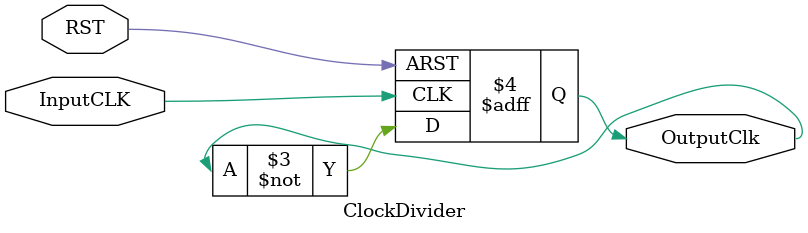
<source format=v>
module ClockDivider 
(
    input wire RST,
    input wire InputCLK,
    output reg OutputClk
);

always @ (posedge InputCLK or negedge RST)
  begin
    if (!RST)
      begin
        OutputClk = 1'b0;
      end
    else
      begin
        OutputClk <= ~OutputClk;
      end
  end


endmodule
</source>
